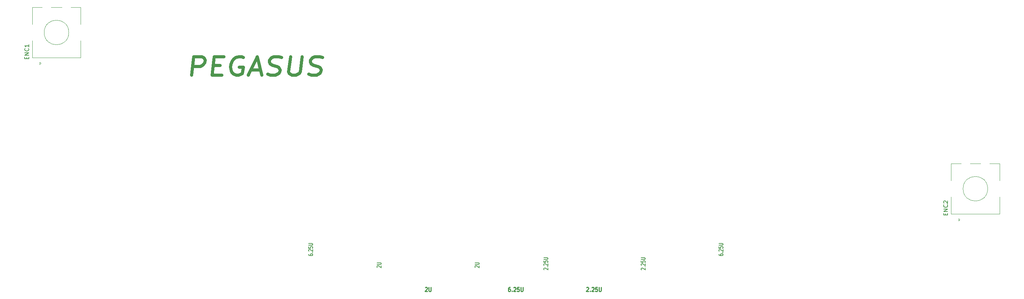
<source format=gto>
G04 #@! TF.GenerationSoftware,KiCad,Pcbnew,5.1.10-88a1d61d58~90~ubuntu20.04.1*
G04 #@! TF.CreationDate,2022-03-06T19:10:03-08:00*
G04 #@! TF.ProjectId,WKL Minivan_KiCAD,574b4c20-4d69-46e6-9976-616e5f4b6943,rev?*
G04 #@! TF.SameCoordinates,Original*
G04 #@! TF.FileFunction,Legend,Top*
G04 #@! TF.FilePolarity,Positive*
%FSLAX46Y46*%
G04 Gerber Fmt 4.6, Leading zero omitted, Abs format (unit mm)*
G04 Created by KiCad (PCBNEW 5.1.10-88a1d61d58~90~ubuntu20.04.1) date 2022-03-06 19:10:03*
%MOMM*%
%LPD*%
G01*
G04 APERTURE LIST*
%ADD10C,0.225000*%
%ADD11C,0.187500*%
%ADD12C,0.750000*%
%ADD13C,0.120000*%
%ADD14C,0.150000*%
%ADD15C,4.089800*%
%ADD16C,1.852000*%
%ADD17C,2.102000*%
%ADD18C,3.150000*%
G04 APERTURE END LIST*
D10*
X155299000Y-85272619D02*
X155341857Y-85225000D01*
X155427571Y-85177380D01*
X155641857Y-85177380D01*
X155727571Y-85225000D01*
X155770428Y-85272619D01*
X155813285Y-85367857D01*
X155813285Y-85463095D01*
X155770428Y-85605952D01*
X155256142Y-86177380D01*
X155813285Y-86177380D01*
X156199000Y-86082142D02*
X156241857Y-86129761D01*
X156199000Y-86177380D01*
X156156142Y-86129761D01*
X156199000Y-86082142D01*
X156199000Y-86177380D01*
X156584714Y-85272619D02*
X156627571Y-85225000D01*
X156713285Y-85177380D01*
X156927571Y-85177380D01*
X157013285Y-85225000D01*
X157056142Y-85272619D01*
X157099000Y-85367857D01*
X157099000Y-85463095D01*
X157056142Y-85605952D01*
X156541857Y-86177380D01*
X157099000Y-86177380D01*
X157913285Y-85177380D02*
X157484714Y-85177380D01*
X157441857Y-85653571D01*
X157484714Y-85605952D01*
X157570428Y-85558333D01*
X157784714Y-85558333D01*
X157870428Y-85605952D01*
X157913285Y-85653571D01*
X157956142Y-85748809D01*
X157956142Y-85986904D01*
X157913285Y-86082142D01*
X157870428Y-86129761D01*
X157784714Y-86177380D01*
X157570428Y-86177380D01*
X157484714Y-86129761D01*
X157441857Y-86082142D01*
X158341857Y-85177380D02*
X158341857Y-85986904D01*
X158384714Y-86082142D01*
X158427571Y-86129761D01*
X158513285Y-86177380D01*
X158684714Y-86177380D01*
X158770428Y-86129761D01*
X158813285Y-86082142D01*
X158856142Y-85986904D01*
X158856142Y-85177380D01*
X136677571Y-85177380D02*
X136506142Y-85177380D01*
X136420428Y-85225000D01*
X136377571Y-85272619D01*
X136291857Y-85415476D01*
X136249000Y-85605952D01*
X136249000Y-85986904D01*
X136291857Y-86082142D01*
X136334714Y-86129761D01*
X136420428Y-86177380D01*
X136591857Y-86177380D01*
X136677571Y-86129761D01*
X136720428Y-86082142D01*
X136763285Y-85986904D01*
X136763285Y-85748809D01*
X136720428Y-85653571D01*
X136677571Y-85605952D01*
X136591857Y-85558333D01*
X136420428Y-85558333D01*
X136334714Y-85605952D01*
X136291857Y-85653571D01*
X136249000Y-85748809D01*
X137149000Y-86082142D02*
X137191857Y-86129761D01*
X137149000Y-86177380D01*
X137106142Y-86129761D01*
X137149000Y-86082142D01*
X137149000Y-86177380D01*
X137534714Y-85272619D02*
X137577571Y-85225000D01*
X137663285Y-85177380D01*
X137877571Y-85177380D01*
X137963285Y-85225000D01*
X138006142Y-85272619D01*
X138049000Y-85367857D01*
X138049000Y-85463095D01*
X138006142Y-85605952D01*
X137491857Y-86177380D01*
X138049000Y-86177380D01*
X138863285Y-85177380D02*
X138434714Y-85177380D01*
X138391857Y-85653571D01*
X138434714Y-85605952D01*
X138520428Y-85558333D01*
X138734714Y-85558333D01*
X138820428Y-85605952D01*
X138863285Y-85653571D01*
X138906142Y-85748809D01*
X138906142Y-85986904D01*
X138863285Y-86082142D01*
X138820428Y-86129761D01*
X138734714Y-86177380D01*
X138520428Y-86177380D01*
X138434714Y-86129761D01*
X138391857Y-86082142D01*
X139291857Y-85177380D02*
X139291857Y-85986904D01*
X139334714Y-86082142D01*
X139377571Y-86129761D01*
X139463285Y-86177380D01*
X139634714Y-86177380D01*
X139720428Y-86129761D01*
X139763285Y-86082142D01*
X139806142Y-85986904D01*
X139806142Y-85177380D01*
X115984428Y-85272619D02*
X116027285Y-85225000D01*
X116113000Y-85177380D01*
X116327285Y-85177380D01*
X116413000Y-85225000D01*
X116455857Y-85272619D01*
X116498714Y-85367857D01*
X116498714Y-85463095D01*
X116455857Y-85605952D01*
X115941571Y-86177380D01*
X116498714Y-86177380D01*
X116884428Y-85177380D02*
X116884428Y-85986904D01*
X116927285Y-86082142D01*
X116970142Y-86129761D01*
X117055857Y-86177380D01*
X117227285Y-86177380D01*
X117313000Y-86129761D01*
X117355857Y-86082142D01*
X117398714Y-85986904D01*
X117398714Y-85177380D01*
D11*
X187539380Y-77088857D02*
X187539380Y-77231714D01*
X187587000Y-77303142D01*
X187634619Y-77338857D01*
X187777476Y-77410285D01*
X187967952Y-77446000D01*
X188348904Y-77446000D01*
X188444142Y-77410285D01*
X188491761Y-77374571D01*
X188539380Y-77303142D01*
X188539380Y-77160285D01*
X188491761Y-77088857D01*
X188444142Y-77053142D01*
X188348904Y-77017428D01*
X188110809Y-77017428D01*
X188015571Y-77053142D01*
X187967952Y-77088857D01*
X187920333Y-77160285D01*
X187920333Y-77303142D01*
X187967952Y-77374571D01*
X188015571Y-77410285D01*
X188110809Y-77446000D01*
X188444142Y-76696000D02*
X188491761Y-76660285D01*
X188539380Y-76696000D01*
X188491761Y-76731714D01*
X188444142Y-76696000D01*
X188539380Y-76696000D01*
X187634619Y-76374571D02*
X187587000Y-76338857D01*
X187539380Y-76267428D01*
X187539380Y-76088857D01*
X187587000Y-76017428D01*
X187634619Y-75981714D01*
X187729857Y-75946000D01*
X187825095Y-75946000D01*
X187967952Y-75981714D01*
X188539380Y-76410285D01*
X188539380Y-75946000D01*
X187539380Y-75267428D02*
X187539380Y-75624571D01*
X188015571Y-75660285D01*
X187967952Y-75624571D01*
X187920333Y-75553142D01*
X187920333Y-75374571D01*
X187967952Y-75303142D01*
X188015571Y-75267428D01*
X188110809Y-75231714D01*
X188348904Y-75231714D01*
X188444142Y-75267428D01*
X188491761Y-75303142D01*
X188539380Y-75374571D01*
X188539380Y-75553142D01*
X188491761Y-75624571D01*
X188444142Y-75660285D01*
X187539380Y-74910285D02*
X188348904Y-74910285D01*
X188444142Y-74874571D01*
X188491761Y-74838857D01*
X188539380Y-74767428D01*
X188539380Y-74624571D01*
X188491761Y-74553142D01*
X188444142Y-74517428D01*
X188348904Y-74481714D01*
X187539380Y-74481714D01*
X87590380Y-77088857D02*
X87590380Y-77231714D01*
X87638000Y-77303142D01*
X87685619Y-77338857D01*
X87828476Y-77410285D01*
X88018952Y-77446000D01*
X88399904Y-77446000D01*
X88495142Y-77410285D01*
X88542761Y-77374571D01*
X88590380Y-77303142D01*
X88590380Y-77160285D01*
X88542761Y-77088857D01*
X88495142Y-77053142D01*
X88399904Y-77017428D01*
X88161809Y-77017428D01*
X88066571Y-77053142D01*
X88018952Y-77088857D01*
X87971333Y-77160285D01*
X87971333Y-77303142D01*
X88018952Y-77374571D01*
X88066571Y-77410285D01*
X88161809Y-77446000D01*
X88495142Y-76696000D02*
X88542761Y-76660285D01*
X88590380Y-76696000D01*
X88542761Y-76731714D01*
X88495142Y-76696000D01*
X88590380Y-76696000D01*
X87685619Y-76374571D02*
X87638000Y-76338857D01*
X87590380Y-76267428D01*
X87590380Y-76088857D01*
X87638000Y-76017428D01*
X87685619Y-75981714D01*
X87780857Y-75946000D01*
X87876095Y-75946000D01*
X88018952Y-75981714D01*
X88590380Y-76410285D01*
X88590380Y-75946000D01*
X87590380Y-75267428D02*
X87590380Y-75624571D01*
X88066571Y-75660285D01*
X88018952Y-75624571D01*
X87971333Y-75553142D01*
X87971333Y-75374571D01*
X88018952Y-75303142D01*
X88066571Y-75267428D01*
X88161809Y-75231714D01*
X88399904Y-75231714D01*
X88495142Y-75267428D01*
X88542761Y-75303142D01*
X88590380Y-75374571D01*
X88590380Y-75553142D01*
X88542761Y-75624571D01*
X88495142Y-75660285D01*
X87590380Y-74910285D02*
X88399904Y-74910285D01*
X88495142Y-74874571D01*
X88542761Y-74838857D01*
X88590380Y-74767428D01*
X88590380Y-74624571D01*
X88542761Y-74553142D01*
X88495142Y-74517428D01*
X88399904Y-74481714D01*
X87590380Y-74481714D01*
X144962619Y-80906714D02*
X144915000Y-80871000D01*
X144867380Y-80799571D01*
X144867380Y-80621000D01*
X144915000Y-80549571D01*
X144962619Y-80513857D01*
X145057857Y-80478142D01*
X145153095Y-80478142D01*
X145295952Y-80513857D01*
X145867380Y-80942428D01*
X145867380Y-80478142D01*
X145772142Y-80156714D02*
X145819761Y-80121000D01*
X145867380Y-80156714D01*
X145819761Y-80192428D01*
X145772142Y-80156714D01*
X145867380Y-80156714D01*
X144962619Y-79835285D02*
X144915000Y-79799571D01*
X144867380Y-79728142D01*
X144867380Y-79549571D01*
X144915000Y-79478142D01*
X144962619Y-79442428D01*
X145057857Y-79406714D01*
X145153095Y-79406714D01*
X145295952Y-79442428D01*
X145867380Y-79871000D01*
X145867380Y-79406714D01*
X144867380Y-78728142D02*
X144867380Y-79085285D01*
X145343571Y-79121000D01*
X145295952Y-79085285D01*
X145248333Y-79013857D01*
X145248333Y-78835285D01*
X145295952Y-78763857D01*
X145343571Y-78728142D01*
X145438809Y-78692428D01*
X145676904Y-78692428D01*
X145772142Y-78728142D01*
X145819761Y-78763857D01*
X145867380Y-78835285D01*
X145867380Y-79013857D01*
X145819761Y-79085285D01*
X145772142Y-79121000D01*
X144867380Y-78371000D02*
X145676904Y-78371000D01*
X145772142Y-78335285D01*
X145819761Y-78299571D01*
X145867380Y-78228142D01*
X145867380Y-78085285D01*
X145819761Y-78013857D01*
X145772142Y-77978142D01*
X145676904Y-77942428D01*
X144867380Y-77942428D01*
X128198619Y-80363142D02*
X128151000Y-80327428D01*
X128103380Y-80256000D01*
X128103380Y-80077428D01*
X128151000Y-80006000D01*
X128198619Y-79970285D01*
X128293857Y-79934571D01*
X128389095Y-79934571D01*
X128531952Y-79970285D01*
X129103380Y-80398857D01*
X129103380Y-79934571D01*
X128103380Y-79613142D02*
X128912904Y-79613142D01*
X129008142Y-79577428D01*
X129055761Y-79541714D01*
X129103380Y-79470285D01*
X129103380Y-79327428D01*
X129055761Y-79256000D01*
X129008142Y-79220285D01*
X128912904Y-79184571D01*
X128103380Y-79184571D01*
X168711619Y-80906714D02*
X168664000Y-80871000D01*
X168616380Y-80799571D01*
X168616380Y-80621000D01*
X168664000Y-80549571D01*
X168711619Y-80513857D01*
X168806857Y-80478142D01*
X168902095Y-80478142D01*
X169044952Y-80513857D01*
X169616380Y-80942428D01*
X169616380Y-80478142D01*
X169521142Y-80156714D02*
X169568761Y-80121000D01*
X169616380Y-80156714D01*
X169568761Y-80192428D01*
X169521142Y-80156714D01*
X169616380Y-80156714D01*
X168711619Y-79835285D02*
X168664000Y-79799571D01*
X168616380Y-79728142D01*
X168616380Y-79549571D01*
X168664000Y-79478142D01*
X168711619Y-79442428D01*
X168806857Y-79406714D01*
X168902095Y-79406714D01*
X169044952Y-79442428D01*
X169616380Y-79871000D01*
X169616380Y-79406714D01*
X168616380Y-78728142D02*
X168616380Y-79085285D01*
X169092571Y-79121000D01*
X169044952Y-79085285D01*
X168997333Y-79013857D01*
X168997333Y-78835285D01*
X169044952Y-78763857D01*
X169092571Y-78728142D01*
X169187809Y-78692428D01*
X169425904Y-78692428D01*
X169521142Y-78728142D01*
X169568761Y-78763857D01*
X169616380Y-78835285D01*
X169616380Y-79013857D01*
X169568761Y-79085285D01*
X169521142Y-79121000D01*
X168616380Y-78371000D02*
X169425904Y-78371000D01*
X169521142Y-78335285D01*
X169568761Y-78299571D01*
X169616380Y-78228142D01*
X169616380Y-78085285D01*
X169568761Y-78013857D01*
X169521142Y-77978142D01*
X169425904Y-77942428D01*
X168616380Y-77942428D01*
X104322619Y-80363142D02*
X104275000Y-80327428D01*
X104227380Y-80256000D01*
X104227380Y-80077428D01*
X104275000Y-80006000D01*
X104322619Y-79970285D01*
X104417857Y-79934571D01*
X104513095Y-79934571D01*
X104655952Y-79970285D01*
X105227380Y-80398857D01*
X105227380Y-79934571D01*
X104227380Y-79613142D02*
X105036904Y-79613142D01*
X105132142Y-79577428D01*
X105179761Y-79541714D01*
X105227380Y-79470285D01*
X105227380Y-79327428D01*
X105179761Y-79256000D01*
X105132142Y-79220285D01*
X105036904Y-79184571D01*
X104227380Y-79184571D01*
D12*
X59005735Y-33404714D02*
X59568235Y-28904714D01*
X61472997Y-28904714D01*
X61922401Y-29119000D01*
X62133711Y-29333285D01*
X62318235Y-29761857D01*
X62237877Y-30404714D01*
X61946211Y-30833285D01*
X61681330Y-31047571D01*
X61178354Y-31261857D01*
X59273592Y-31261857D01*
X64300377Y-31047571D02*
X65967044Y-31047571D01*
X66386687Y-33404714D02*
X64005735Y-33404714D01*
X64568235Y-28904714D01*
X66949187Y-28904714D01*
X71684306Y-29119000D02*
X71234901Y-28904714D01*
X70520616Y-28904714D01*
X69779544Y-29119000D01*
X69249782Y-29547571D01*
X68958116Y-29976142D01*
X68612877Y-30833285D01*
X68532520Y-31476142D01*
X68663473Y-32333285D01*
X68847997Y-32761857D01*
X69270616Y-33190428D01*
X69958116Y-33404714D01*
X70434306Y-33404714D01*
X71175377Y-33190428D01*
X71440258Y-32976142D01*
X71627758Y-31476142D01*
X70675377Y-31476142D01*
X73452163Y-32119000D02*
X75833116Y-32119000D01*
X72815258Y-33404714D02*
X75044425Y-28904714D01*
X76148592Y-33404714D01*
X77603949Y-33190428D02*
X78291449Y-33404714D01*
X79481925Y-33404714D01*
X79984901Y-33190428D01*
X80249782Y-32976142D01*
X80541449Y-32547571D01*
X80595020Y-32119000D01*
X80410497Y-31690428D01*
X80199187Y-31476142D01*
X79749782Y-31261857D01*
X78824187Y-31047571D01*
X78374782Y-30833285D01*
X78163473Y-30619000D01*
X77978949Y-30190428D01*
X78032520Y-29761857D01*
X78324187Y-29333285D01*
X78589068Y-29119000D01*
X79092044Y-28904714D01*
X80282520Y-28904714D01*
X80970020Y-29119000D01*
X83139663Y-28904714D02*
X82684306Y-32547571D01*
X82868830Y-32976142D01*
X83080139Y-33190428D01*
X83529544Y-33404714D01*
X84481925Y-33404714D01*
X84984901Y-33190428D01*
X85249782Y-32976142D01*
X85541449Y-32547571D01*
X85996806Y-28904714D01*
X87603949Y-33190428D02*
X88291449Y-33404714D01*
X89481925Y-33404714D01*
X89984901Y-33190428D01*
X90249782Y-32976142D01*
X90541449Y-32547571D01*
X90595020Y-32119000D01*
X90410497Y-31690428D01*
X90199187Y-31476142D01*
X89749782Y-31261857D01*
X88824187Y-31047571D01*
X88374782Y-30833285D01*
X88163473Y-30619000D01*
X87978949Y-30190428D01*
X88032520Y-29761857D01*
X88324187Y-29333285D01*
X88589068Y-29119000D01*
X89092044Y-28904714D01*
X90282520Y-28904714D01*
X90970020Y-29119000D01*
D13*
X29153750Y-23043500D02*
G75*
G03*
X29153750Y-23043500I-3000000J0D01*
G01*
X20253750Y-21043500D02*
X20253750Y-16943500D01*
X32053750Y-16943500D02*
X32053750Y-21043500D01*
X32053750Y-25043500D02*
X32053750Y-29143500D01*
X20253750Y-25043500D02*
X20253750Y-29143500D01*
X20253750Y-29143500D02*
X32053750Y-29143500D01*
X22353750Y-30543500D02*
X22053750Y-30843500D01*
X22053750Y-30843500D02*
X22053750Y-30243500D01*
X22053750Y-30243500D02*
X22353750Y-30543500D01*
X20253750Y-16943500D02*
X22653750Y-16943500D01*
X24853750Y-16943500D02*
X27453750Y-16943500D01*
X29653750Y-16943500D02*
X32053750Y-16943500D01*
X25653750Y-23043500D02*
X26653750Y-23043500D01*
X26153750Y-23543500D02*
X26153750Y-22543500D01*
X253054750Y-61143500D02*
G75*
G03*
X253054750Y-61143500I-3000000J0D01*
G01*
X244154750Y-59143500D02*
X244154750Y-55043500D01*
X255954750Y-55043500D02*
X255954750Y-59143500D01*
X255954750Y-63143500D02*
X255954750Y-67243500D01*
X244154750Y-63143500D02*
X244154750Y-67243500D01*
X244154750Y-67243500D02*
X255954750Y-67243500D01*
X246254750Y-68643500D02*
X245954750Y-68943500D01*
X245954750Y-68943500D02*
X245954750Y-68343500D01*
X245954750Y-68343500D02*
X246254750Y-68643500D01*
X244154750Y-55043500D02*
X246554750Y-55043500D01*
X248754750Y-55043500D02*
X251354750Y-55043500D01*
X253554750Y-55043500D02*
X255954750Y-55043500D01*
X249554750Y-61143500D02*
X250554750Y-61143500D01*
X250054750Y-61643500D02*
X250054750Y-60643500D01*
D14*
X18882321Y-29457785D02*
X18882321Y-29124452D01*
X19406130Y-28981595D02*
X19406130Y-29457785D01*
X18406130Y-29457785D01*
X18406130Y-28981595D01*
X19406130Y-28553023D02*
X18406130Y-28553023D01*
X19406130Y-27981595D01*
X18406130Y-27981595D01*
X19310892Y-26933976D02*
X19358511Y-26981595D01*
X19406130Y-27124452D01*
X19406130Y-27219690D01*
X19358511Y-27362547D01*
X19263273Y-27457785D01*
X19168035Y-27505404D01*
X18977559Y-27553023D01*
X18834702Y-27553023D01*
X18644226Y-27505404D01*
X18548988Y-27457785D01*
X18453750Y-27362547D01*
X18406130Y-27219690D01*
X18406130Y-27124452D01*
X18453750Y-26981595D01*
X18501369Y-26933976D01*
X19406130Y-25981595D02*
X19406130Y-26553023D01*
X19406130Y-26267309D02*
X18406130Y-26267309D01*
X18548988Y-26362547D01*
X18644226Y-26457785D01*
X18691845Y-26553023D01*
X242783321Y-67557785D02*
X242783321Y-67224452D01*
X243307130Y-67081595D02*
X243307130Y-67557785D01*
X242307130Y-67557785D01*
X242307130Y-67081595D01*
X243307130Y-66653023D02*
X242307130Y-66653023D01*
X243307130Y-66081595D01*
X242307130Y-66081595D01*
X243211892Y-65033976D02*
X243259511Y-65081595D01*
X243307130Y-65224452D01*
X243307130Y-65319690D01*
X243259511Y-65462547D01*
X243164273Y-65557785D01*
X243069035Y-65605404D01*
X242878559Y-65653023D01*
X242735702Y-65653023D01*
X242545226Y-65605404D01*
X242449988Y-65557785D01*
X242354750Y-65462547D01*
X242307130Y-65319690D01*
X242307130Y-65224452D01*
X242354750Y-65081595D01*
X242402369Y-65033976D01*
X242402369Y-64653023D02*
X242354750Y-64605404D01*
X242307130Y-64510166D01*
X242307130Y-64272071D01*
X242354750Y-64176833D01*
X242402369Y-64129214D01*
X242497607Y-64081595D01*
X242592845Y-64081595D01*
X242735702Y-64129214D01*
X243307130Y-64700642D01*
X243307130Y-64081595D01*
%LPC*%
D15*
X33337500Y-61087000D03*
D16*
X28257500Y-61087000D03*
X38417500Y-61087000D03*
D15*
X28575000Y-80137000D03*
D16*
X23495000Y-80137000D03*
X33655000Y-80137000D03*
D15*
X66675000Y-80137000D03*
D16*
X61595000Y-80137000D03*
X71755000Y-80137000D03*
D15*
X59531250Y-61087000D03*
D16*
X54451250Y-61087000D03*
X64611250Y-61087000D03*
D15*
X28575000Y-42037000D03*
D16*
X23495000Y-42037000D03*
X33655000Y-42037000D03*
D15*
X97631250Y-61087000D03*
D16*
X92551250Y-61087000D03*
X102711250Y-61087000D03*
G36*
G01*
X24653750Y-31594500D02*
X22653750Y-31594500D01*
G75*
G02*
X22602750Y-31543500I0J51000D01*
G01*
X22602750Y-29543500D01*
G75*
G02*
X22653750Y-29492500I51000J0D01*
G01*
X24653750Y-29492500D01*
G75*
G02*
X24704750Y-29543500I0J-51000D01*
G01*
X24704750Y-31543500D01*
G75*
G02*
X24653750Y-31594500I-51000J0D01*
G01*
G37*
D17*
X26153750Y-30543500D03*
X28653750Y-30543500D03*
G36*
G01*
X21553750Y-24694500D02*
X19553750Y-24694500D01*
G75*
G02*
X19502750Y-24643500I0J51000D01*
G01*
X19502750Y-21443500D01*
G75*
G02*
X19553750Y-21392500I51000J0D01*
G01*
X21553750Y-21392500D01*
G75*
G02*
X21604750Y-21443500I0J-51000D01*
G01*
X21604750Y-24643500D01*
G75*
G02*
X21553750Y-24694500I-51000J0D01*
G01*
G37*
G36*
G01*
X32753750Y-24694500D02*
X30753750Y-24694500D01*
G75*
G02*
X30702750Y-24643500I0J51000D01*
G01*
X30702750Y-21443500D01*
G75*
G02*
X30753750Y-21392500I51000J0D01*
G01*
X32753750Y-21392500D01*
G75*
G02*
X32804750Y-21443500I0J-51000D01*
G01*
X32804750Y-24643500D01*
G75*
G02*
X32753750Y-24694500I-51000J0D01*
G01*
G37*
X23653750Y-16043500D03*
X28653750Y-16043500D03*
G36*
G01*
X248554750Y-69694500D02*
X246554750Y-69694500D01*
G75*
G02*
X246503750Y-69643500I0J51000D01*
G01*
X246503750Y-67643500D01*
G75*
G02*
X246554750Y-67592500I51000J0D01*
G01*
X248554750Y-67592500D01*
G75*
G02*
X248605750Y-67643500I0J-51000D01*
G01*
X248605750Y-69643500D01*
G75*
G02*
X248554750Y-69694500I-51000J0D01*
G01*
G37*
X250054750Y-68643500D03*
X252554750Y-68643500D03*
G36*
G01*
X245454750Y-62794500D02*
X243454750Y-62794500D01*
G75*
G02*
X243403750Y-62743500I0J51000D01*
G01*
X243403750Y-59543500D01*
G75*
G02*
X243454750Y-59492500I51000J0D01*
G01*
X245454750Y-59492500D01*
G75*
G02*
X245505750Y-59543500I0J-51000D01*
G01*
X245505750Y-62743500D01*
G75*
G02*
X245454750Y-62794500I-51000J0D01*
G01*
G37*
G36*
G01*
X256654750Y-62794500D02*
X254654750Y-62794500D01*
G75*
G02*
X254603750Y-62743500I0J51000D01*
G01*
X254603750Y-59543500D01*
G75*
G02*
X254654750Y-59492500I51000J0D01*
G01*
X256654750Y-59492500D01*
G75*
G02*
X256705750Y-59543500I0J-51000D01*
G01*
X256705750Y-62743500D01*
G75*
G02*
X256654750Y-62794500I-51000J0D01*
G01*
G37*
X247554750Y-54143500D03*
X252554750Y-54143500D03*
D15*
X138112500Y-80137000D03*
D16*
X133032500Y-80137000D03*
X143192500Y-80137000D03*
D18*
X88112600Y-87122000D03*
X188112400Y-87122000D03*
D15*
X88112600Y-71882000D03*
X188112400Y-71882000D03*
X247650000Y-80137000D03*
D16*
X242570000Y-80137000D03*
X252730000Y-80137000D03*
D15*
X209550000Y-80137000D03*
D16*
X204470000Y-80137000D03*
X214630000Y-80137000D03*
D15*
X188118750Y-80137000D03*
D16*
X183038750Y-80137000D03*
X193198750Y-80137000D03*
D15*
X157162500Y-80137000D03*
D16*
X152082500Y-80137000D03*
X162242500Y-80137000D03*
D18*
X145256250Y-87122000D03*
X169068750Y-87122000D03*
D15*
X145256250Y-71882000D03*
X169068750Y-71882000D03*
X116681250Y-80137000D03*
D16*
X111601250Y-80137000D03*
X121761250Y-80137000D03*
D18*
X104775000Y-87122000D03*
X128587500Y-87122000D03*
D15*
X104775000Y-71882000D03*
X128587500Y-71882000D03*
X88106250Y-80137000D03*
D16*
X83026250Y-80137000D03*
X93186250Y-80137000D03*
D15*
X250031250Y-61087000D03*
D16*
X244951250Y-61087000D03*
X255111250Y-61087000D03*
D15*
X230981250Y-61087000D03*
D16*
X225901250Y-61087000D03*
X236061250Y-61087000D03*
D15*
X211931250Y-61087000D03*
D16*
X206851250Y-61087000D03*
X217011250Y-61087000D03*
D15*
X192881250Y-61087000D03*
D16*
X187801250Y-61087000D03*
X197961250Y-61087000D03*
D15*
X173831250Y-61087000D03*
D16*
X168751250Y-61087000D03*
X178911250Y-61087000D03*
D15*
X154781250Y-61087000D03*
D16*
X149701250Y-61087000D03*
X159861250Y-61087000D03*
D15*
X135731250Y-61087000D03*
D16*
X130651250Y-61087000D03*
X140811250Y-61087000D03*
D15*
X116681250Y-61087000D03*
D16*
X111601250Y-61087000D03*
X121761250Y-61087000D03*
D15*
X78581250Y-61087000D03*
D16*
X73501250Y-61087000D03*
X83661250Y-61087000D03*
D15*
X245268750Y-42037000D03*
D16*
X240188750Y-42037000D03*
X250348750Y-42037000D03*
D15*
X221456250Y-42037000D03*
D16*
X216376250Y-42037000D03*
X226536250Y-42037000D03*
D15*
X202406250Y-42037000D03*
D16*
X197326250Y-42037000D03*
X207486250Y-42037000D03*
D15*
X183356250Y-42037000D03*
D16*
X178276250Y-42037000D03*
X188436250Y-42037000D03*
D15*
X164306250Y-42037000D03*
D16*
X159226250Y-42037000D03*
X169386250Y-42037000D03*
D15*
X145256250Y-42037000D03*
D16*
X140176250Y-42037000D03*
X150336250Y-42037000D03*
D15*
X126206250Y-42037000D03*
D16*
X121126250Y-42037000D03*
X131286250Y-42037000D03*
D15*
X107156250Y-42037000D03*
D16*
X102076250Y-42037000D03*
X112236250Y-42037000D03*
D15*
X88106250Y-42037000D03*
D16*
X83026250Y-42037000D03*
X93186250Y-42037000D03*
D15*
X69056250Y-42037000D03*
D16*
X63976250Y-42037000D03*
X74136250Y-42037000D03*
D15*
X50006250Y-42037000D03*
D16*
X44926250Y-42037000D03*
X55086250Y-42037000D03*
D15*
X242887500Y-22987000D03*
D16*
X237807500Y-22987000D03*
X247967500Y-22987000D03*
D15*
X216693750Y-22987000D03*
D16*
X211613750Y-22987000D03*
X221773750Y-22987000D03*
D15*
X197643750Y-22987000D03*
D16*
X192563750Y-22987000D03*
X202723750Y-22987000D03*
D15*
X178593750Y-22987000D03*
D16*
X173513750Y-22987000D03*
X183673750Y-22987000D03*
D15*
X159543750Y-22987000D03*
D16*
X154463750Y-22987000D03*
X164623750Y-22987000D03*
D15*
X140493750Y-22987000D03*
D16*
X135413750Y-22987000D03*
X145573750Y-22987000D03*
D15*
X121443750Y-22987000D03*
D16*
X116363750Y-22987000D03*
X126523750Y-22987000D03*
D15*
X102393750Y-22987000D03*
D16*
X97313750Y-22987000D03*
X107473750Y-22987000D03*
D15*
X83343750Y-22987000D03*
D16*
X78263750Y-22987000D03*
X88423750Y-22987000D03*
D15*
X64293750Y-22987000D03*
D16*
X59213750Y-22987000D03*
X69373750Y-22987000D03*
D15*
X45243750Y-22987000D03*
D16*
X40163750Y-22987000D03*
X50323750Y-22987000D03*
D15*
X26193750Y-22987000D03*
D16*
X21113750Y-22987000D03*
X31273750Y-22987000D03*
M02*

</source>
